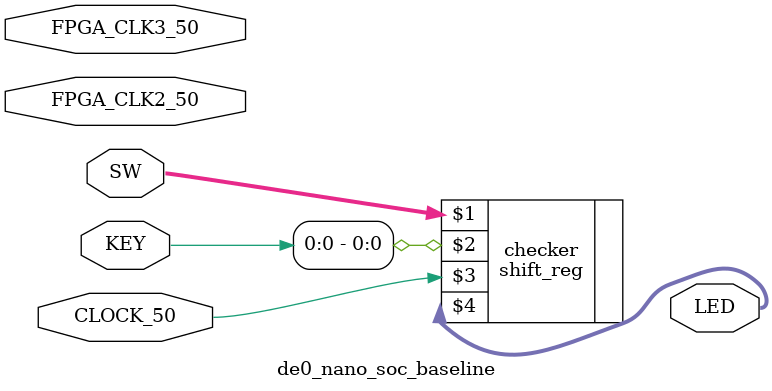
<source format=v>


module de0_nano_soc_baseline(


	//////////// CLOCK //////////
	input 		          		CLOCK_50,
	input 		          		FPGA_CLK2_50,
	input 		          		FPGA_CLK3_50,

`ifdef enable_ADC
	//////////// ADC //////////
	/* 3.3-V LVTTL */
	output		          		ADC_CONVST,
	output		          		ADC_SCLK,
	output		          		ADC_SDI,
	input 		          		ADC_SDO,
`endif
	
`ifdef enable_ARDUINO
	//////////// ARDUINO ////////////
	/* 3.3-V LVTTL */
	inout					[15:0]	ARDUINO_IO,
	inout								ARDUINO_RESET_N,
`endif
	
`ifdef enable_GPIO0
	//////////// GPIO 0 ////////////
	/* 3.3-V LVTTL */
	inout				[35:0]		GPIO_0,
`endif

`ifdef enable_GPIO1	
	//////////// GPIO 1 ////////////
	/* 3.3-V LVTTL */
	inout				[35:0]		GPIO_1,
`endif

`ifdef enable_HPS
	//////////// HPS //////////
	/* 3.3-V LVTTL */
	inout 		          		HPS_CONV_USB_N,
	
	/* SSTL-15 Class I */
	output		    [14:0]		HPS_DDR3_ADDR,
	output		     [2:0]		HPS_DDR3_BA,
	output		          		HPS_DDR3_CAS_N,
	output		          		HPS_DDR3_CKE,
	output		          		HPS_DDR3_CS_N,
	output		     [3:0]		HPS_DDR3_DM,
	inout 		    [31:0]		HPS_DDR3_DQ,
	output		          		HPS_DDR3_ODT,
	output		          		HPS_DDR3_RAS_N,
	output		          		HPS_DDR3_RESET_N,
	input 		          		HPS_DDR3_RZQ,
	output		          		HPS_DDR3_WE_N,
	/* DIFFERENTIAL 1.5-V SSTL CLASS I */
	output		          		HPS_DDR3_CK_N,
	output		          		HPS_DDR3_CK_P,
	inout 		     [3:0]		HPS_DDR3_DQS_N,
	inout 		     [3:0]		HPS_DDR3_DQS_P,
	
	/* 3.3-V LVTTL */
	output		          		HPS_ENET_GTX_CLK,
	inout 		          		HPS_ENET_INT_N,
	output		          		HPS_ENET_MDC,
	inout 		          		HPS_ENET_MDIO,
	input 		          		HPS_ENET_RX_CLK,
	input 		     [3:0]		HPS_ENET_RX_DATA,
	input 		          		HPS_ENET_RX_DV,
	output		     [3:0]		HPS_ENET_TX_DATA,
	output		          		HPS_ENET_TX_EN,
	inout 		          		HPS_GSENSOR_INT,
	inout 		          		HPS_I2C0_SCLK,
	inout 		          		HPS_I2C0_SDAT,
	inout 		          		HPS_I2C1_SCLK,
	inout 		          		HPS_I2C1_SDAT,
	inout 		          		HPS_KEY,
	inout 		          		HPS_LED,
	inout 		          		HPS_LTC_GPIO,
	output		          		HPS_SD_CLK,
	inout 		          		HPS_SD_CMD,
	inout 		     [3:0]		HPS_SD_DATA,
	output		          		HPS_SPIM_CLK,
	input 		          		HPS_SPIM_MISO,
	output		          		HPS_SPIM_MOSI,
	inout 		          		HPS_SPIM_SS,
	input 		          		HPS_UART_RX,
	output		          		HPS_UART_TX,
	input 		          		HPS_USB_CLKOUT,
	inout 		     [7:0]		HPS_USB_DATA,
	input 		          		HPS_USB_DIR,
	input 		          		HPS_USB_NXT,
	output		          		HPS_USB_STP,
`endif
	
	//////////// KEY ////////////
	/* 3.3-V LVTTL */
	input				[1:0]			KEY,
	
	//////////// LED ////////////
	/* 3.3-V LVTTL */
	output			[7:0]			LED,
	
	//////////// SW ////////////
	/* 3.3-V LVTTL */
	input				[3:0]			SW

);

	shift_reg checker(SW,KEY[0],CLOCK_50,LED);

endmodule
</source>
